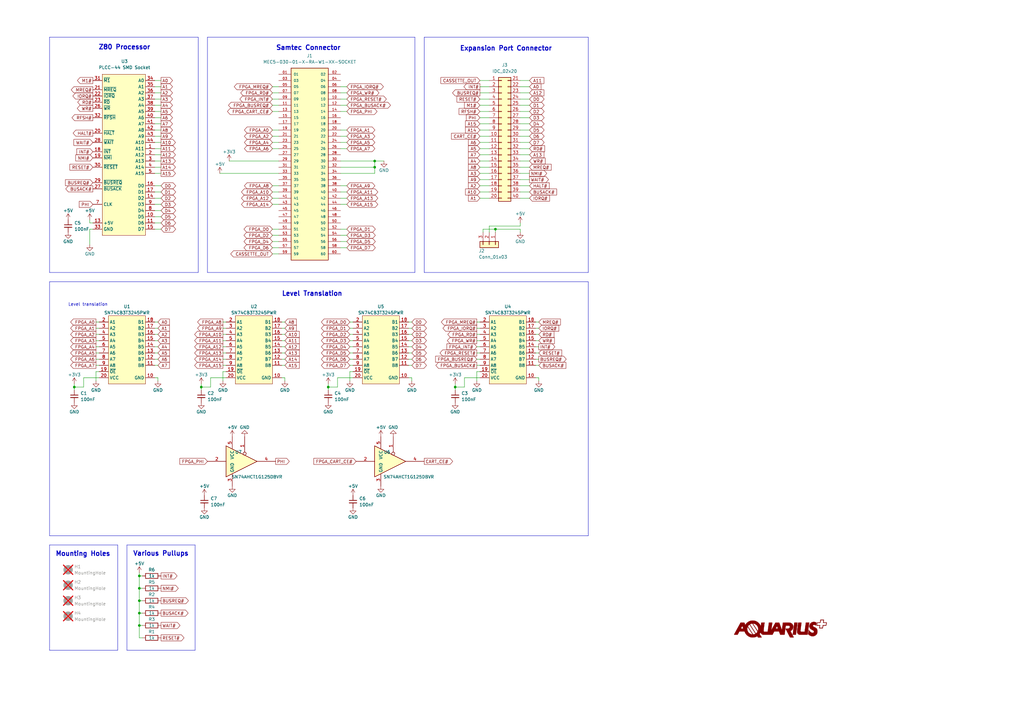
<source format=kicad_sch>
(kicad_sch (version 20231120) (generator "eeschema") (generator_version "8.0")
  (paper "A3")
  (title_block (title "Aquarius+ Moda: Z80 Daughterboard") (date "2024-09-23") (rev "0") (company "Designed by Frank van den Hoef") (comment 1 "Updated 23 SEP 2024 by Sean P. Harrington"))
  (junction (at 186.69 158.75))
  (junction (at 82.55 158.75))
  (junction (at 203.2 93.98))
  (junction (at 57.15 236.22))
  (junction (at 153.67 66.04))
  (junction (at 57.15 246.38))
  (junction (at 57.15 251.46))
  (junction (at 30.48 158.75))
  (junction (at 57.15 241.3))
  (junction (at 153.67 68.58))
  (junction (at 134.62 158.75))
  (junction (at 57.15 256.54))
  (wire (pts (xy 153.67 66.04) (xy 157.48 66.04)))
  (wire (pts (xy 111.76 53.34) (xy 114.3 53.34)))
  (wire (pts (xy 139.7 66.04) (xy 153.67 66.04)))
  (wire (pts (xy 64.77 149.86) (xy 63.5 149.86)))
  (wire (pts (xy 64.77 137.16) (xy 63.5 137.16)))
  (wire (pts (xy 57.15 246.38) (xy 57.15 251.46)))
  (wire (pts (xy 91.44 147.32) (xy 92.71 147.32)))
  (wire (pts (xy 66.04 76.2) (xy 63.5 76.2)))
  (wire (pts (xy 82.55 158.75) (xy 82.55 157.48)))
  (wire (pts (xy 200.66 92.71) (xy 213.36 92.71)))
  (wire (pts (xy 34.29 158.75) (xy 30.48 158.75)))
  (wire (pts (xy 196.85 50.8) (xy 200.66 50.8)))
  (wire (pts (xy 91.44 144.78) (xy 92.71 144.78)))
  (wire (pts (xy 186.69 158.75) (xy 186.69 160.02)))
  (wire (pts (xy 220.98 149.86) (xy 219.71 149.86)))
  (wire (pts (xy 203.2 93.98) (xy 213.36 93.98)))
  (wire (pts (xy 57.15 236.22) (xy 58.42 236.22)))
  (wire (pts (xy 190.5 154.94) (xy 190.5 158.75)))
  (wire (pts (xy 220.98 139.7) (xy 219.71 139.7)))
  (wire (pts (xy 143.51 132.08) (xy 144.78 132.08)))
  (wire (pts (xy 220.98 142.24) (xy 219.71 142.24)))
  (wire (pts (xy 144.78 154.94) (xy 138.43 154.94)))
  (wire (pts (xy 196.85 58.42) (xy 200.66 58.42)))
  (wire (pts (xy 195.58 142.24) (xy 196.85 142.24)))
  (wire (pts (xy 143.51 134.62) (xy 144.78 134.62)))
  (wire (pts (xy 196.85 38.1) (xy 200.66 38.1)))
  (wire (pts (xy 139.7 71.12) (xy 153.67 71.12)))
  (polyline (pts (xy 85.09 15.24) (xy 85.09 111.76)) (stroke (width 0) (type solid)))
  (wire (pts (xy 213.36 71.12) (xy 217.17 71.12)))
  (wire (pts (xy 142.24 83.82) (xy 139.7 83.82)))
  (wire (pts (xy 142.24 45.72) (xy 139.7 45.72)))
  (wire (pts (xy 39.37 147.32) (xy 40.64 147.32)))
  (wire (pts (xy 142.24 43.18) (xy 139.7 43.18)))
  (wire (pts (xy 213.36 53.34) (xy 217.17 53.34)))
  (wire (pts (xy 220.98 134.62) (xy 219.71 134.62)))
  (wire (pts (xy 111.76 99.06) (xy 114.3 99.06)))
  (wire (pts (xy 142.24 35.56) (xy 139.7 35.56)))
  (wire (pts (xy 40.64 154.94) (xy 34.29 154.94)))
  (wire (pts (xy 66.04 60.96) (xy 63.5 60.96)))
  (wire (pts (xy 138.43 158.75) (xy 134.62 158.75)))
  (wire (pts (xy 213.36 35.56) (xy 217.17 35.56)))
  (wire (pts (xy 134.62 158.75) (xy 134.62 160.02)))
  (wire (pts (xy 153.67 71.12) (xy 153.67 68.58)))
  (wire (pts (xy 195.58 134.62) (xy 196.85 134.62)))
  (wire (pts (xy 38.1 93.98) (xy 36.83 93.98)))
  (wire (pts (xy 213.36 43.18) (xy 217.17 43.18)))
  (wire (pts (xy 213.36 81.28) (xy 217.17 81.28)))
  (polyline (pts (xy 20.32 15.24) (xy 81.28 15.24)) (stroke (width 0) (type solid)))
  (wire (pts (xy 58.42 261.62) (xy 57.15 261.62)))
  (wire (pts (xy 198.12 95.25) (xy 198.12 93.98)))
  (wire (pts (xy 196.85 40.64) (xy 200.66 40.64)))
  (wire (pts (xy 36.83 93.98) (xy 36.83 100.33)))
  (wire (pts (xy 66.04 93.98) (xy 63.5 93.98)))
  (wire (pts (xy 196.85 73.66) (xy 200.66 73.66)))
  (wire (pts (xy 168.91 154.94) (xy 168.91 156.21)))
  (wire (pts (xy 111.76 83.82) (xy 114.3 83.82)))
  (wire (pts (xy 66.04 81.28) (xy 63.5 81.28)))
  (wire (pts (xy 142.24 99.06) (xy 139.7 99.06)))
  (wire (pts (xy 168.91 147.32) (xy 167.64 147.32)))
  (wire (pts (xy 111.76 40.64) (xy 114.3 40.64)))
  (polyline (pts (xy 20.32 223.52) (xy 48.26 223.52)) (stroke (width 0) (type solid)))
  (wire (pts (xy 86.36 154.94) (xy 86.36 158.75)))
  (wire (pts (xy 111.76 43.18) (xy 114.3 43.18)))
  (wire (pts (xy 195.58 139.7) (xy 196.85 139.7)))
  (wire (pts (xy 66.04 58.42) (xy 63.5 58.42)))
  (wire (pts (xy 82.55 158.75) (xy 82.55 160.02)))
  (wire (pts (xy 66.04 68.58) (xy 63.5 68.58)))
  (wire (pts (xy 142.24 93.98) (xy 139.7 93.98)))
  (wire (pts (xy 213.36 73.66) (xy 217.17 73.66)))
  (polyline (pts (xy 20.32 115.57) (xy 241.3 115.57)) (stroke (width 0) (type solid)))
  (wire (pts (xy 66.04 91.44) (xy 63.5 91.44)))
  (wire (pts (xy 116.84 134.62) (xy 115.57 134.62)))
  (polyline (pts (xy 20.32 115.57) (xy 20.32 219.71)) (stroke (width 0) (type solid)))
  (wire (pts (xy 91.44 137.16) (xy 92.71 137.16)))
  (wire (pts (xy 57.15 251.46) (xy 57.15 256.54)))
  (polyline (pts (xy 52.07 223.52) (xy 52.07 266.7)) (stroke (width 0) (type solid)))
  (wire (pts (xy 116.84 142.24) (xy 115.57 142.24)))
  (wire (pts (xy 213.36 66.04) (xy 217.17 66.04)))
  (wire (pts (xy 190.5 158.75) (xy 186.69 158.75)))
  (wire (pts (xy 195.58 149.86) (xy 196.85 149.86)))
  (wire (pts (xy 168.91 137.16) (xy 167.64 137.16)))
  (wire (pts (xy 213.36 76.2) (xy 217.17 76.2)))
  (wire (pts (xy 134.62 158.75) (xy 134.62 157.48)))
  (wire (pts (xy 39.37 149.86) (xy 40.64 149.86)))
  (wire (pts (xy 39.37 132.08) (xy 40.64 132.08)))
  (wire (pts (xy 168.91 132.08) (xy 167.64 132.08)))
  (wire (pts (xy 111.76 101.6) (xy 114.3 101.6)))
  (wire (pts (xy 186.69 158.75) (xy 186.69 157.48)))
  (polyline (pts (xy 241.3 115.57) (xy 241.3 219.71)) (stroke (width 0) (type solid)))
  (wire (pts (xy 66.04 40.64) (xy 63.5 40.64)))
  (polyline (pts (xy 20.32 223.52) (xy 20.32 266.7)) (stroke (width 0) (type solid)))
  (polyline (pts (xy 85.09 15.24) (xy 170.18 15.24)) (stroke (width 0) (type solid)))
  (wire (pts (xy 220.98 132.08) (xy 219.71 132.08)))
  (wire (pts (xy 196.85 43.18) (xy 200.66 43.18)))
  (wire (pts (xy 196.85 45.72) (xy 200.66 45.72)))
  (wire (pts (xy 111.76 55.88) (xy 114.3 55.88)))
  (wire (pts (xy 196.85 71.12) (xy 200.66 71.12)))
  (polyline (pts (xy 173.99 15.24) (xy 173.99 111.76)) (stroke (width 0) (type solid)))
  (wire (pts (xy 213.36 68.58) (xy 217.17 68.58)))
  (wire (pts (xy 213.36 91.44) (xy 213.36 92.71)))
  (wire (pts (xy 195.58 137.16) (xy 196.85 137.16)))
  (wire (pts (xy 213.36 55.88) (xy 217.17 55.88)))
  (wire (pts (xy 195.58 147.32) (xy 196.85 147.32)))
  (wire (pts (xy 66.04 88.9) (xy 63.5 88.9)))
  (wire (pts (xy 116.84 139.7) (xy 115.57 139.7)))
  (wire (pts (xy 90.17 71.12) (xy 114.3 71.12)))
  (wire (pts (xy 116.84 147.32) (xy 115.57 147.32)))
  (polyline (pts (xy 20.32 219.71) (xy 241.3 219.71)) (stroke (width 0) (type solid)))
  (wire (pts (xy 39.37 139.7) (xy 40.64 139.7)))
  (wire (pts (xy 116.84 137.16) (xy 115.57 137.16)))
  (wire (pts (xy 196.85 154.94) (xy 190.5 154.94)))
  (wire (pts (xy 111.76 76.2) (xy 114.3 76.2)))
  (wire (pts (xy 196.85 53.34) (xy 200.66 53.34)))
  (wire (pts (xy 142.24 53.34) (xy 139.7 53.34)))
  (polyline (pts (xy 52.07 266.7) (xy 80.01 266.7)) (stroke (width 0) (type solid)))
  (wire (pts (xy 143.51 139.7) (xy 144.78 139.7)))
  (wire (pts (xy 66.04 35.56) (xy 63.5 35.56)))
  (wire (pts (xy 196.85 81.28) (xy 200.66 81.28)))
  (wire (pts (xy 57.15 234.95) (xy 57.15 236.22)))
  (wire (pts (xy 91.44 142.24) (xy 92.71 142.24)))
  (polyline (pts (xy 20.32 111.76) (xy 81.28 111.76)) (stroke (width 0) (type solid)))
  (wire (pts (xy 66.04 86.36) (xy 63.5 86.36)))
  (wire (pts (xy 30.48 158.75) (xy 30.48 157.48)))
  (wire (pts (xy 198.12 93.98) (xy 203.2 93.98)))
  (wire (pts (xy 66.04 83.82) (xy 63.5 83.82)))
  (wire (pts (xy 196.85 66.04) (xy 200.66 66.04)))
  (wire (pts (xy 116.84 144.78) (xy 115.57 144.78)))
  (wire (pts (xy 36.83 91.44) (xy 38.1 91.44)))
  (wire (pts (xy 168.91 144.78) (xy 167.64 144.78)))
  (polyline (pts (xy 85.09 111.76) (xy 170.18 111.76)) (stroke (width 0) (type solid)))
  (polyline (pts (xy 81.28 15.24) (xy 81.28 111.76)) (stroke (width 0) (type solid)))
  (wire (pts (xy 220.98 154.94) (xy 220.98 156.21)))
  (wire (pts (xy 86.36 158.75) (xy 82.55 158.75)))
  (wire (pts (xy 111.76 104.14) (xy 114.3 104.14)))
  (wire (pts (xy 39.37 137.16) (xy 40.64 137.16)))
  (wire (pts (xy 168.91 149.86) (xy 167.64 149.86)))
  (wire (pts (xy 116.84 154.94) (xy 116.84 156.21)))
  (wire (pts (xy 142.24 78.74) (xy 139.7 78.74)))
  (wire (pts (xy 142.24 40.64) (xy 139.7 40.64)))
  (wire (pts (xy 66.04 78.74) (xy 63.5 78.74)))
  (wire (pts (xy 196.85 55.88) (xy 200.66 55.88)))
  (wire (pts (xy 143.51 142.24) (xy 144.78 142.24)))
  (wire (pts (xy 66.04 33.02) (xy 63.5 33.02)))
  (wire (pts (xy 213.36 78.74) (xy 217.17 78.74)))
  (wire (pts (xy 93.98 66.04) (xy 114.3 66.04)))
  (wire (pts (xy 220.98 147.32) (xy 219.71 147.32)))
  (wire (pts (xy 58.42 256.54) (xy 57.15 256.54)))
  (wire (pts (xy 30.48 158.75) (xy 30.48 160.02)))
  (wire (pts (xy 40.64 152.4) (xy 39.37 152.4)))
  (wire (pts (xy 91.44 132.08) (xy 92.71 132.08)))
  (wire (pts (xy 66.04 53.34) (xy 63.5 53.34)))
  (wire (pts (xy 213.36 58.42) (xy 217.17 58.42)))
  (wire (pts (xy 168.91 142.24) (xy 167.64 142.24)))
  (wire (pts (xy 66.04 55.88) (xy 63.5 55.88)))
  (wire (pts (xy 142.24 96.52) (xy 139.7 96.52)))
  (wire (pts (xy 116.84 132.08) (xy 115.57 132.08)))
  (wire (pts (xy 168.91 139.7) (xy 167.64 139.7)))
  (polyline (pts (xy 20.32 15.24) (xy 20.32 111.76)) (stroke (width 0) (type solid)))
  (polyline (pts (xy 20.32 266.7) (xy 48.26 266.7)) (stroke (width 0) (type solid)))
  (wire (pts (xy 66.04 43.18) (xy 63.5 43.18)))
  (wire (pts (xy 64.77 147.32) (xy 63.5 147.32)))
  (wire (pts (xy 213.36 40.64) (xy 217.17 40.64)))
  (wire (pts (xy 139.7 68.58) (xy 153.67 68.58)))
  (wire (pts (xy 196.85 33.02) (xy 200.66 33.02)))
  (wire (pts (xy 92.71 154.94) (xy 86.36 154.94)))
  (wire (pts (xy 91.44 152.4) (xy 91.44 156.21)))
  (wire (pts (xy 196.85 78.74) (xy 200.66 78.74)))
  (wire (pts (xy 111.76 78.74) (xy 114.3 78.74)))
  (wire (pts (xy 63.5 154.94) (xy 64.77 154.94)))
  (wire (pts (xy 142.24 81.28) (xy 139.7 81.28)))
  (wire (pts (xy 111.76 60.96) (xy 114.3 60.96)))
  (wire (pts (xy 213.36 45.72) (xy 217.17 45.72)))
  (wire (pts (xy 153.67 66.04) (xy 153.67 68.58)))
  (wire (pts (xy 213.36 63.5) (xy 217.17 63.5)))
  (wire (pts (xy 116.84 149.86) (xy 115.57 149.86)))
  (wire (pts (xy 66.04 48.26) (xy 63.5 48.26)))
  (wire (pts (xy 91.44 134.62) (xy 92.71 134.62)))
  (wire (pts (xy 213.36 60.96) (xy 217.17 60.96)))
  (wire (pts (xy 142.24 38.1) (xy 139.7 38.1)))
  (wire (pts (xy 143.51 144.78) (xy 144.78 144.78)))
  (wire (pts (xy 196.85 63.5) (xy 200.66 63.5)))
  (wire (pts (xy 213.36 48.26) (xy 217.17 48.26)))
  (wire (pts (xy 66.04 50.8) (xy 63.5 50.8)))
  (wire (pts (xy 213.36 50.8) (xy 217.17 50.8)))
  (wire (pts (xy 142.24 60.96) (xy 139.7 60.96)))
  (wire (pts (xy 111.76 58.42) (xy 114.3 58.42)))
  (wire (pts (xy 64.77 132.08) (xy 63.5 132.08)))
  (wire (pts (xy 39.37 134.62) (xy 40.64 134.62)))
  (wire (pts (xy 64.77 134.62) (xy 63.5 134.62)))
  (wire (pts (xy 213.36 38.1) (xy 217.17 38.1)))
  (wire (pts (xy 143.51 137.16) (xy 144.78 137.16)))
  (wire (pts (xy 220.98 137.16) (xy 219.71 137.16)))
  (wire (pts (xy 66.04 71.12) (xy 63.5 71.12)))
  (wire (pts (xy 142.24 76.2) (xy 139.7 76.2)))
  (wire (pts (xy 196.85 48.26) (xy 200.66 48.26)))
  (wire (pts (xy 64.77 144.78) (xy 63.5 144.78)))
  (polyline (pts (xy 80.01 223.52) (xy 80.01 266.7)) (stroke (width 0) (type solid)))
  (wire (pts (xy 144.78 152.4) (xy 143.51 152.4)))
  (wire (pts (xy 64.77 142.24) (xy 63.5 142.24)))
  (wire (pts (xy 200.66 95.25) (xy 200.66 92.71)))
  (wire (pts (xy 111.76 38.1) (xy 114.3 38.1)))
  (wire (pts (xy 219.71 154.94) (xy 220.98 154.94)))
  (wire (pts (xy 220.98 144.78) (xy 219.71 144.78)))
  (wire (pts (xy 39.37 152.4) (xy 39.37 156.21)))
  (wire (pts (xy 111.76 45.72) (xy 114.3 45.72)))
  (wire (pts (xy 58.42 251.46) (xy 57.15 251.46)))
  (polyline (pts (xy 173.99 15.24) (xy 241.3 15.24)) (stroke (width 0) (type solid)))
  (wire (pts (xy 66.04 66.04) (xy 63.5 66.04)))
  (wire (pts (xy 143.51 152.4) (xy 143.51 156.21)))
  (wire (pts (xy 91.44 149.86) (xy 92.71 149.86)))
  (wire (pts (xy 111.76 96.52) (xy 114.3 96.52)))
  (wire (pts (xy 92.71 152.4) (xy 91.44 152.4)))
  (wire (pts (xy 196.85 68.58) (xy 200.66 68.58)))
  (wire (pts (xy 91.44 139.7) (xy 92.71 139.7)))
  (wire (pts (xy 168.91 134.62) (xy 167.64 134.62)))
  (wire (pts (xy 195.58 152.4) (xy 195.58 156.21)))
  (wire (pts (xy 196.85 60.96) (xy 200.66 60.96)))
  (wire (pts (xy 142.24 58.42) (xy 139.7 58.42)))
  (wire (pts (xy 203.2 93.98) (xy 203.2 95.25)))
  (wire (pts (xy 58.42 246.38) (xy 57.15 246.38)))
  (wire (pts (xy 142.24 55.88) (xy 139.7 55.88)))
  (wire (pts (xy 195.58 132.08) (xy 196.85 132.08)))
  (wire (pts (xy 213.36 95.25) (xy 213.36 93.98)))
  (wire (pts (xy 34.29 154.94) (xy 34.29 158.75)))
  (wire (pts (xy 57.15 256.54) (xy 57.15 261.62)))
  (wire (pts (xy 196.85 76.2) (xy 200.66 76.2)))
  (wire (pts (xy 195.58 144.78) (xy 196.85 144.78)))
  (wire (pts (xy 57.15 236.22) (xy 57.15 241.3)))
  (wire (pts (xy 57.15 241.3) (xy 57.15 246.38)))
  (wire (pts (xy 39.37 144.78) (xy 40.64 144.78)))
  (wire (pts (xy 111.76 35.56) (xy 114.3 35.56)))
  (wire (pts (xy 36.83 90.17) (xy 36.83 91.44)))
  (wire (pts (xy 138.43 154.94) (xy 138.43 158.75)))
  (wire (pts (xy 64.77 154.94) (xy 64.77 156.21)))
  (wire (pts (xy 115.57 154.94) (xy 116.84 154.94)))
  (wire (pts (xy 143.51 147.32) (xy 144.78 147.32)))
  (polyline (pts (xy 48.26 223.52) (xy 48.26 266.7)) (stroke (width 0) (type solid)))
  (wire (pts (xy 66.04 45.72) (xy 63.5 45.72)))
  (polyline (pts (xy 241.3 15.24) (xy 241.3 111.76)) (stroke (width 0) (type solid)))
  (polyline (pts (xy 52.07 223.52) (xy 80.01 223.52)) (stroke (width 0) (type solid)))
  (wire (pts (xy 58.42 241.3) (xy 57.15 241.3)))
  (wire (pts (xy 196.85 152.4) (xy 195.58 152.4)))
  (polyline (pts (xy 173.99 111.76) (xy 241.3 111.76)) (stroke (width 0) (type solid)))
  (wire (pts (xy 167.64 154.94) (xy 168.91 154.94)))
  (wire (pts (xy 66.04 38.1) (xy 63.5 38.1)))
  (wire (pts (xy 66.04 63.5) (xy 63.5 63.5)))
  (wire (pts (xy 143.51 149.86) (xy 144.78 149.86)))
  (wire (pts (xy 213.36 33.02) (xy 217.17 33.02)))
  (wire (pts (xy 64.77 139.7) (xy 63.5 139.7)))
  (wire (pts (xy 39.37 142.24) (xy 40.64 142.24)))
  (wire (pts (xy 196.85 35.56) (xy 200.66 35.56)))
  (polyline (pts (xy 170.18 15.24) (xy 170.18 111.76)) (stroke (width 0) (type solid)))
  (wire (pts (xy 142.24 101.6) (xy 139.7 101.6)))
  (wire (pts (xy 111.76 81.28) (xy 114.3 81.28)))
  (wire (pts (xy 111.76 93.98) (xy 114.3 93.98)))
  (text "Level translation" (at 27.94 125.73 0) (effects (font (size 1.27 1.27)) (justify left bottom)))
  (text "Level Translation" (at 128.016 121.666 0) (effects (font (size 1.905 1.905) (thickness 0.381) (bold yes)) (justify bottom)))
  (text "Various Pullups" (at 65.986 228.2614 0) (effects (font (size 1.905 1.905) (thickness 0.381) (bold yes)) (justify bottom)))
  (text "Samtec Connector" (at 126.492 20.828 0) (effects (font (size 1.905 1.905) (thickness 0.381) (bold yes)) (justify bottom)))
  (text "Expansion Port Connector" (at 207.518 21.082 0) (effects (font (size 1.905 1.905) (thickness 0.381) (bold yes)) (justify bottom)))
  (text "Z80 Processor" (at 51.054 20.574 0) (effects (font (size 1.905 1.905) (thickness 0.381) (bold yes)) (justify bottom)))
  (text "Mounting Holes\n" (at 34.036 228.346 0) (effects (font (size 1.905 1.905) (thickness 0.381) (bold yes)) (justify bottom)))
  (global_label "M1#" (shape input) (at 196.85 43.18 180) (property "Intersheetrefs" "${INTERSHEET_REFS}" (effects (hide yes))))
  (global_label "PHI" (shape output) (at 113.03 189.23 0) (property "Intersheetrefs" "${INTERSHEET_REFS}" (effects (hide yes))))
  (global_label "FPGA_A7" (shape bidirectional) (at 142.24 60.96 0) (property "Intersheetrefs" "${INTERSHEET_REFS}" (effects (hide yes))))
  (global_label "PHI" (shape input) (at 38.1 83.82 180) (property "Intersheetrefs" "${INTERSHEET_REFS}" (effects (hide yes))))
  (global_label "BUSACK#" (shape input) (at 220.98 149.86 0) (property "Intersheetrefs" "${INTERSHEET_REFS}" (effects (hide yes))))
  (global_label "FPGA_A5" (shape bidirectional) (at 142.24 58.42 0) (property "Intersheetrefs" "${INTERSHEET_REFS}" (effects (hide yes))))
  (global_label "BUSREQ#" (shape output) (at 196.85 38.1 180) (property "Intersheetrefs" "${INTERSHEET_REFS}" (effects (hide yes))))
  (global_label "A5" (shape input) (at 64.77 144.78 0) (property "Intersheetrefs" "${INTERSHEET_REFS}" (effects (hide yes))))
  (global_label "D3" (shape bidirectional) (at 66.04 83.82 0) (property "Intersheetrefs" "${INTERSHEET_REFS}" (effects (hide yes))))
  (global_label "FPGA_A6" (shape output) (at 39.37 147.32 180) (property "Intersheetrefs" "${INTERSHEET_REFS}" (effects (hide yes))))
  (global_label "A3" (shape input) (at 196.85 71.12 180) (property "Intersheetrefs" "${INTERSHEET_REFS}" (effects (hide yes))))
  (global_label "CART_CE#" (shape output) (at 173.99 189.23 0) (property "Intersheetrefs" "${INTERSHEET_REFS}" (effects (hide yes))))
  (global_label "FPGA_A2" (shape output) (at 39.37 137.16 180) (property "Intersheetrefs" "${INTERSHEET_REFS}" (effects (hide yes))))
  (global_label "A7" (shape input) (at 196.85 63.5 180) (property "Intersheetrefs" "${INTERSHEET_REFS}" (effects (hide yes))))
  (global_label "FPGA_A13" (shape output) (at 91.44 144.78 180) (property "Intersheetrefs" "${INTERSHEET_REFS}" (effects (hide yes))))
  (global_label "A3" (shape output) (at 66.04 40.64 0) (property "Intersheetrefs" "${INTERSHEET_REFS}" (effects (hide yes))))
  (global_label "A2" (shape input) (at 64.77 137.16 0) (property "Intersheetrefs" "${INTERSHEET_REFS}" (effects (hide yes))))
  (global_label "A15" (shape output) (at 66.04 71.12 0) (property "Intersheetrefs" "${INTERSHEET_REFS}" (effects (hide yes))))
  (global_label "FPGA_RD#" (shape bidirectional) (at 111.76 38.1 180) (property "Intersheetrefs" "${INTERSHEET_REFS}" (effects (hide yes))))
  (global_label "NMI#" (shape output) (at 66.04 241.3 0) (property "Intersheetrefs" "${INTERSHEET_REFS}" (effects (hide yes))))
  (global_label "CASSETTE_OUT" (shape bidirectional) (at 111.76 104.14 180) (property "Intersheetrefs" "${INTERSHEET_REFS}" (effects (hide yes))))
  (global_label "RESET#" (shape output) (at 66.04 261.62 0) (property "Intersheetrefs" "${INTERSHEET_REFS}" (effects (hide yes))))
  (global_label "D2" (shape bidirectional) (at 168.91 137.16 0) (property "Intersheetrefs" "${INTERSHEET_REFS}" (effects (hide yes))))
  (global_label "A7" (shape output) (at 66.04 50.8 0) (property "Intersheetrefs" "${INTERSHEET_REFS}" (effects (hide yes))))
  (global_label "FPGA_A7" (shape output) (at 39.37 149.86 180) (property "Intersheetrefs" "${INTERSHEET_REFS}" (effects (hide yes))))
  (global_label "BUSACK#" (shape input) (at 217.17 78.74 0) (property "Intersheetrefs" "${INTERSHEET_REFS}" (effects (hide yes))))
  (global_label "FPGA_A14" (shape bidirectional) (at 111.76 83.82 180) (property "Intersheetrefs" "${INTERSHEET_REFS}" (effects (hide yes))))
  (global_label "A0" (shape output) (at 66.04 33.02 0) (property "Intersheetrefs" "${INTERSHEET_REFS}" (effects (hide yes))))
  (global_label "HALT#" (shape input) (at 217.17 76.2 0) (property "Intersheetrefs" "${INTERSHEET_REFS}" (effects (hide yes))))
  (global_label "RD#" (shape input) (at 217.17 60.96 0) (property "Intersheetrefs" "${INTERSHEET_REFS}" (effects (hide yes))))
  (global_label "A5" (shape input) (at 196.85 60.96 180) (property "Intersheetrefs" "${INTERSHEET_REFS}" (effects (hide yes))))
  (global_label "IORQ#" (shape input) (at 220.98 134.62 0) (property "Intersheetrefs" "${INTERSHEET_REFS}" (effects (hide yes))))
  (global_label "A9" (shape input) (at 116.84 134.62 0) (property "Intersheetrefs" "${INTERSHEET_REFS}" (effects (hide yes))))
  (global_label "FPGA_INT#" (shape input) (at 195.58 142.24 180) (property "Intersheetrefs" "${INTERSHEET_REFS}" (effects (hide yes))))
  (global_label "A14" (shape input) (at 116.84 147.32 0) (property "Intersheetrefs" "${INTERSHEET_REFS}" (effects (hide yes))))
  (global_label "A5" (shape output) (at 66.04 45.72 0) (property "Intersheetrefs" "${INTERSHEET_REFS}" (effects (hide yes))))
  (global_label "FPGA_PHI" (shape input) (at 85.09 189.23 180) (property "Intersheetrefs" "${INTERSHEET_REFS}" (effects (hide yes))))
  (global_label "D7" (shape bidirectional) (at 168.91 149.86 0) (property "Intersheetrefs" "${INTERSHEET_REFS}" (effects (hide yes))))
  (global_label "A6" (shape output) (at 66.04 48.26 0) (property "Intersheetrefs" "${INTERSHEET_REFS}" (effects (hide yes))))
  (global_label "WR#" (shape output) (at 38.1 44.45 180) (property "Intersheetrefs" "${INTERSHEET_REFS}" (effects (hide yes))))
  (global_label "D4" (shape bidirectional) (at 168.91 142.24 0) (property "Intersheetrefs" "${INTERSHEET_REFS}" (effects (hide yes))))
  (global_label "A15" (shape input) (at 116.84 149.86 0) (property "Intersheetrefs" "${INTERSHEET_REFS}" (effects (hide yes))))
  (global_label "D3" (shape bidirectional) (at 168.91 139.7 0) (property "Intersheetrefs" "${INTERSHEET_REFS}" (effects (hide yes))))
  (global_label "FPGA_D2" (shape bidirectional) (at 143.51 137.16 180) (property "Intersheetrefs" "${INTERSHEET_REFS}" (effects (hide yes))))
  (global_label "A13" (shape input) (at 217.17 63.5 0) (property "Intersheetrefs" "${INTERSHEET_REFS}" (effects (hide yes))))
  (global_label "A10" (shape output) (at 66.04 58.42 0) (property "Intersheetrefs" "${INTERSHEET_REFS}" (effects (hide yes))))
  (global_label "D5" (shape bidirectional) (at 217.17 53.34 0) (property "Intersheetrefs" "${INTERSHEET_REFS}" (effects (hide yes))))
  (global_label "A4" (shape input) (at 64.77 142.24 0) (property "Intersheetrefs" "${INTERSHEET_REFS}" (effects (hide yes))))
  (global_label "FPGA_A9" (shape bidirectional) (at 142.24 76.2 0) (property "Intersheetrefs" "${INTERSHEET_REFS}" (effects (hide yes))))
  (global_label "A12" (shape input) (at 217.17 38.1 0) (property "Intersheetrefs" "${INTERSHEET_REFS}" (effects (hide yes))))
  (global_label "BUSACK#" (shape output) (at 66.04 251.46 0) (property "Intersheetrefs" "${INTERSHEET_REFS}" (effects (hide yes))))
  (global_label "A13" (shape input) (at 116.84 144.78 0) (property "Intersheetrefs" "${INTERSHEET_REFS}" (effects (hide yes))))
  (global_label "WR#" (shape input) (at 220.98 139.7 0) (property "Intersheetrefs" "${INTERSHEET_REFS}" (effects (hide yes))))
  (global_label "A3" (shape input) (at 64.77 139.7 0) (property "Intersheetrefs" "${INTERSHEET_REFS}" (effects (hide yes))))
  (global_label "FPGA_RD#" (shape output) (at 195.58 137.16 180) (property "Intersheetrefs" "${INTERSHEET_REFS}" (effects (hide yes))))
  (global_label "M1#" (shape output) (at 38.1 33.02 180) (property "Intersheetrefs" "${INTERSHEET_REFS}" (effects (hide yes))))
  (global_label "RESET#" (shape input) (at 38.1 68.58 180) (property "Intersheetrefs" "${INTERSHEET_REFS}" (effects (hide yes))))
  (global_label "INT#" (shape input) (at 38.1 62.23 180) (property "Intersheetrefs" "${INTERSHEET_REFS}" (effects (hide yes))))
  (global_label "D0" (shape bidirectional) (at 66.04 76.2 0) (property "Intersheetrefs" "${INTERSHEET_REFS}" (effects (hide yes))))
  (global_label "WAIT#" (shape input) (at 38.1 58.42 180) (property "Intersheetrefs" "${INTERSHEET_REFS}" (effects (hide yes))))
  (global_label "A14" (shape output) (at 66.04 68.58 0) (property "Intersheetrefs" "${INTERSHEET_REFS}" (effects (hide yes))))
  (global_label "FPGA_D7" (shape bidirectional) (at 143.51 149.86 180) (property "Intersheetrefs" "${INTERSHEET_REFS}" (effects (hide yes))))
  (global_label "D2" (shape bidirectional) (at 66.04 81.28 0) (property "Intersheetrefs" "${INTERSHEET_REFS}" (effects (hide yes))))
  (global_label "PHI" (shape input) (at 196.85 48.26 180) (property "Intersheetrefs" "${INTERSHEET_REFS}" (effects (hide yes))))
  (global_label "FPGA_A12" (shape output) (at 91.44 142.24 180) (property "Intersheetrefs" "${INTERSHEET_REFS}" (effects (hide yes))))
  (global_label "D5" (shape bidirectional) (at 168.91 144.78 0) (property "Intersheetrefs" "${INTERSHEET_REFS}" (effects (hide yes))))
  (global_label "FPGA_D2" (shape bidirectional) (at 111.76 96.52 180) (property "Intersheetrefs" "${INTERSHEET_REFS}" (effects (hide yes))))
  (global_label "FPGA_A1" (shape output) (at 39.37 134.62 180) (property "Intersheetrefs" "${INTERSHEET_REFS}" (effects (hide yes))))
  (global_label "D4" (shape bidirectional) (at 217.17 50.8 0) (property "Intersheetrefs" "${INTERSHEET_REFS}" (effects (hide yes))))
  (global_label "A9" (shape output) (at 66.04 55.88 0) (property "Intersheetrefs" "${INTERSHEET_REFS}" (effects (hide yes))))
  (global_label "D5" (shape bidirectional) (at 66.04 88.9 0) (property "Intersheetrefs" "${INTERSHEET_REFS}" (effects (hide yes))))
  (global_label "FPGA_RESET#" (shape bidirectional) (at 142.24 40.64 0) (property "Intersheetrefs" "${INTERSHEET_REFS}" (effects (hide yes))))
  (global_label "A15" (shape input) (at 196.85 50.8 180) (property "Intersheetrefs" "${INTERSHEET_REFS}" (effects (hide yes))))
  (global_label "D7" (shape bidirectional) (at 217.17 58.42 0) (property "Intersheetrefs" "${INTERSHEET_REFS}" (effects (hide yes))))
  (global_label "D1" (shape bidirectional) (at 217.17 43.18 0) (property "Intersheetrefs" "${INTERSHEET_REFS}" (effects (hide yes))))
  (global_label "FPGA_IORQ#" (shape bidirectional) (at 142.24 35.56 0) (property "Intersheetrefs" "${INTERSHEET_REFS}" (effects (hide yes))))
  (global_label "FPGA_A12" (shape bidirectional) (at 111.76 81.28 180) (property "Intersheetrefs" "${INTERSHEET_REFS}" (effects (hide yes))))
  (global_label "FPGA_A4" (shape bidirectional) (at 111.76 58.42 180) (property "Intersheetrefs" "${INTERSHEET_REFS}" (effects (hide yes))))
  (global_label "D1" (shape bidirectional) (at 66.04 78.74 0) (property "Intersheetrefs" "${INTERSHEET_REFS}" (effects (hide yes))))
  (global_label "A1" (shape input) (at 64.77 134.62 0) (property "Intersheetrefs" "${INTERSHEET_REFS}" (effects (hide yes))))
  (global_label "A14" (shape input) (at 196.85 53.34 180) (property "Intersheetrefs" "${INTERSHEET_REFS}" (effects (hide yes))))
  (global_label "FPGA_A4" (shape output) (at 39.37 142.24 180) (property "Intersheetrefs" "${INTERSHEET_REFS}" (effects (hide yes))))
  (global_label "FPGA_INT#" (shape bidirectional) (at 111.76 40.64 180) (property "Intersheetrefs" "${INTERSHEET_REFS}" (effects (hide yes))))
  (global_label "A12" (shape output) (at 66.04 63.5 0) (property "Intersheetrefs" "${INTERSHEET_REFS}" (effects (hide yes))))
  (global_label "FPGA_D1" (shape bidirectional) (at 142.24 93.98 0) (property "Intersheetrefs" "${INTERSHEET_REFS}" (effects (hide yes))))
  (global_label "FPGA_A6" (shape bidirectional) (at 111.76 60.96 180) (property "Intersheetrefs" "${INTERSHEET_REFS}" (effects (hide yes))))
  (global_label "D6" (shape bidirectional) (at 66.04 91.44 0) (property "Intersheetrefs" "${INTERSHEET_REFS}" (effects (hide yes))))
  (global_label "FPGA_PHI" (shape bidirectional) (at 142.24 45.72 0) (property "Intersheetrefs" "${INTERSHEET_REFS}" (effects (hide yes))))
  (global_label "BUSREQ#" (shape input) (at 38.1 74.93 180) (property "Intersheetrefs" "${INTERSHEET_REFS}" (effects (hide yes))))
  (global_label "A11" (shape input) (at 116.84 139.7 0) (property "Intersheetrefs" "${INTERSHEET_REFS}" (effects (hide yes))))
  (global_label "FPGA_A10" (shape bidirectional) (at 111.76 78.74 180) (property "Intersheetrefs" "${INTERSHEET_REFS}" (effects (hide yes))))
  (global_label "FPGA_IORQ#" (shape output) (at 195.58 134.62 180) (property "Intersheetrefs" "${INTERSHEET_REFS}" (effects (hide yes))))
  (global_label "FPGA_D0" (shape bidirectional) (at 111.76 93.98 180) (property "Intersheetrefs" "${INTERSHEET_REFS}" (effects (hide yes))))
  (global_label "FPGA_BUSREQ#" (shape input) (at 195.58 147.32 180) (property "Intersheetrefs" "${INTERSHEET_REFS}" (effects (hide yes))))
  (global_label "D0" (shape bidirectional) (at 168.91 132.08 0) (property "Intersheetrefs" "${INTERSHEET_REFS}" (effects (hide yes))))
  (global_label "BUSREQ#" (shape output) (at 220.98 147.32 0) (property "Intersheetrefs" "${INTERSHEET_REFS}" (effects (hide yes))))
  (global_label "RD#" (shape input) (at 220.98 137.16 0) (property "Intersheetrefs" "${INTERSHEET_REFS}" (effects (hide yes))))
  (global_label "FPGA_A15" (shape output) (at 91.44 149.86 180) (property "Intersheetrefs" "${INTERSHEET_REFS}" (effects (hide yes))))
  (global_label "D2" (shape bidirectional) (at 217.17 45.72 0) (property "Intersheetrefs" "${INTERSHEET_REFS}" (effects (hide yes))))
  (global_label "A4" (shape output) (at 66.04 43.18 0) (property "Intersheetrefs" "${INTERSHEET_REFS}" (effects (hide yes))))
  (global_label "D6" (shape bidirectional) (at 168.91 147.32 0) (property "Intersheetrefs" "${INTERSHEET_REFS}" (effects (hide yes))))
  (global_label "FPGA_A1" (shape bidirectional) (at 142.24 53.34 0) (property "Intersheetrefs" "${INTERSHEET_REFS}" (effects (hide yes))))
  (global_label "A8" (shape input) (at 196.85 68.58 180) (property "Intersheetrefs" "${INTERSHEET_REFS}" (effects (hide yes))))
  (global_label "A11" (shape output) (at 66.04 60.96 0) (property "Intersheetrefs" "${INTERSHEET_REFS}" (effects (hide yes))))
  (global_label "BUSACK#" (shape output) (at 38.1 77.47 180) (property "Intersheetrefs" "${INTERSHEET_REFS}" (effects (hide yes))))
  (global_label "FPGA_A8" (shape output) (at 91.44 132.08 180) (property "Intersheetrefs" "${INTERSHEET_REFS}" (effects (hide yes))))
  (global_label "A7" (shape input) (at 64.77 149.86 0) (property "Intersheetrefs" "${INTERSHEET_REFS}" (effects (hide yes))))
  (global_label "FPGA_A8" (shape bidirectional) (at 111.76 76.2 180) (property "Intersheetrefs" "${INTERSHEET_REFS}" (effects (hide yes))))
  (global_label "A6" (shape input) (at 196.85 58.42 180) (property "Intersheetrefs" "${INTERSHEET_REFS}" (effects (hide yes))))
  (global_label "FPGA_WR#" (shape output) (at 195.58 139.7 180) (property "Intersheetrefs" "${INTERSHEET_REFS}" (effects (hide yes))))
  (global_label "FPGA_BUSACK#" (shape bidirectional) (at 142.24 43.18 0) (property "Intersheetrefs" "${INTERSHEET_REFS}" (effects (hide yes))))
  (global_label "FPGA_A13" (shape bidirectional) (at 142.24 81.28 0) (property "Intersheetrefs" "${INTERSHEET_REFS}" (effects (hide yes))))
  (global_label "FPGA_BUSACK#" (shape output) (at 195.58 149.86 180) (property "Intersheetrefs" "${INTERSHEET_REFS}" (effects (hide yes))))
  (global_label "FPGA_D4" (shape bidirectional) (at 143.51 142.24 180) (property "Intersheetrefs" "${INTERSHEET_REFS}" (effects (hide yes))))
  (global_label "A12" (shape input) (at 116.84 142.24 0) (property "Intersheetrefs" "${INTERSHEET_REFS}" (effects (hide yes))))
  (global_label "A8" (shape input) (at 116.84 132.08 0) (property "Intersheetrefs" "${INTERSHEET_REFS}" (effects (hide yes))))
  (global_label "NMI#" (shape input) (at 38.1 64.77 180) (property "Intersheetrefs" "${INTERSHEET_REFS}" (effects (hide yes))))
  (global_label "A10" (shape input) (at 196.85 78.74 180) (property "Intersheetrefs" "${INTERSHEET_REFS}" (effects (hide yes))))
  (global_label "FPGA_A11" (shape output) (at 91.44 139.7 180) (property "Intersheetrefs" "${INTERSHEET_REFS}" (effects (hide yes))))
  (global_label "CART_CE#" (shape input) (at 196.85 55.88 180) (property "Intersheetrefs" "${INTERSHEET_REFS}" (effects (hide yes))))
  (global_label "FPGA_A11" (shape bidirectional) (at 142.24 78.74 0) (property "Intersheetrefs" "${INTERSHEET_REFS}" (effects (hide yes))))
  (global_label "FPGA_WR#" (shape bidirectional) (at 142.24 38.1 0) (property "Intersheetrefs" "${INTERSHEET_REFS}" (effects (hide yes))))
  (global_label "FPGA_A0" (shape output) (at 39.37 132.08 180) (property "Intersheetrefs" "${INTERSHEET_REFS}" (effects (hide yes))))
  (global_label "WAIT#" (shape output) (at 66.04 256.54 0) (property "Intersheetrefs" "${INTERSHEET_REFS}" (effects (hide yes))))
  (global_label "A0" (shape input) (at 64.77 132.08 0) (property "Intersheetrefs" "${INTERSHEET_REFS}" (effects (hide yes))))
  (global_label "FPGA_CART_CE#" (shape bidirectional) (at 111.76 45.72 180) (property "Intersheetrefs" "${INTERSHEET_REFS}" (effects (hide yes))))
  (global_label "A8" (shape output) (at 66.04 53.34 0) (property "Intersheetrefs" "${INTERSHEET_REFS}" (effects (hide yes))))
  (global_label "FPGA_D5" (shape bidirectional) (at 143.51 144.78 180) (property "Intersheetrefs" "${INTERSHEET_REFS}" (effects (hide yes))))
  (global_label "FPGA_D6" (shape bidirectional) (at 143.51 147.32 180) (property "Intersheetrefs" "${INTERSHEET_REFS}" (effects (hide yes))))
  (global_label "A6" (shape input) (at 64.77 147.32 0) (property "Intersheetrefs" "${INTERSHEET_REFS}" (effects (hide yes))))
  (global_label "FPGA_D4" (shape bidirectional) (at 111.76 99.06 180) (property "Intersheetrefs" "${INTERSHEET_REFS}" (effects (hide yes))))
  (global_label "D3" (shape bidirectional) (at 217.17 48.26 0) (property "Intersheetrefs" "${INTERSHEET_REFS}" (effects (hide yes))))
  (global_label "FPGA_D7" (shape bidirectional) (at 142.24 101.6 0) (property "Intersheetrefs" "${INTERSHEET_REFS}" (effects (hide yes))))
  (global_label "A2" (shape output) (at 66.04 38.1 0) (property "Intersheetrefs" "${INTERSHEET_REFS}" (effects (hide yes))))
  (global_label "MREQ#" (shape input) (at 217.17 68.58 0) (property "Intersheetrefs" "${INTERSHEET_REFS}" (effects (hide yes))))
  (global_label "INT#" (shape output) (at 196.85 35.56 180) (property "Intersheetrefs" "${INTERSHEET_REFS}" (effects (hide yes))))
  (global_label "FPGA_A10" (shape output) (at 91.44 137.16 180) (property "Intersheetrefs" "${INTERSHEET_REFS}" (effects (hide yes))))
  (global_label "FPGA_RESET#" (shape output) (at 195.58 144.78 180) (property "Intersheetrefs" "${INTERSHEET_REFS}" (effects (hide yes))))
  (global_label "INT#" (shape output) (at 66.04 236.22 0) (property "Intersheetrefs" "${INTERSHEET_REFS}" (effects (hide yes))))
  (global_label "INT#" (shape output) (at 220.98 142.24 0) (property "Intersheetrefs" "${INTERSHEET_REFS}" (effects (hide yes))))
  (global_label "FPGA_A0" (shape bidirectional) (at 111.76 53.34 180) (property "Intersheetrefs" "${INTERSHEET_REFS}" (effects (hide yes))))
  (global_label "A11" (shape input) (at 217.17 33.02 0) (property "Intersheetrefs" "${INTERSHEET_REFS}" (effects (hide yes))))
  (global_label "IORQ#" (shape output) (at 38.1 39.37 180) (property "Intersheetrefs" "${INTERSHEET_REFS}" (effects (hide yes))))
  (global_label "FPGA_MREQ#" (shape output) (at 195.58 132.08 180) (property "Intersheetrefs" "${INTERSHEET_REFS}" (effects (hide yes))))
  (global_label "A1" (shape output) (at 66.04 35.56 0) (property "Intersheetrefs" "${INTERSHEET_REFS}" (effects (hide yes))))
  (global_label "A4" (shape input) (at 196.85 66.04 180) (property "Intersheetrefs" "${INTERSHEET_REFS}" (effects (hide yes))))
  (global_label "WR#" (shape input) (at 217.17 66.04 0) (property "Intersheetrefs" "${INTERSHEET_REFS}" (effects (hide yes))))
  (global_label "FPGA_D3" (shape bidirectional) (at 143.51 139.7 180) (property "Intersheetrefs" "${INTERSHEET_REFS}" (effects (hide yes))))
  (global_label "FPGA_A2" (shape bidirectional) (at 111.76 55.88 180) (property "Intersheetrefs" "${INTERSHEET_REFS}" (effects (hide yes))))
  (global_label "FPGA_MREQ#" (shape bidirectional) (at 111.76 35.56 180) (property "Intersheetrefs" "${INTERSHEET_REFS}" (effects (hide yes))))
  (global_label "FPGA_A14" (shape output) (at 91.44 147.32 180) (property "Intersheetrefs" "${INTERSHEET_REFS}" (effects (hide yes))))
  (global_label "D1" (shape bidirectional) (at 168.91 134.62 0) (property "Intersheetrefs" "${INTERSHEET_REFS}" (effects (hide yes))))
  (global_label "RD#" (shape output) (at 38.1 41.91 180) (property "Intersheetrefs" "${INTERSHEET_REFS}" (effects (hide yes))))
  (global_label "FPGA_D6" (shape bidirectional) (at 111.76 101.6 180) (property "Intersheetrefs" "${INTERSHEET_REFS}" (effects (hide yes))))
  (global_label "HALT#" (shape output) (at 38.1 54.61 180) (property "Intersheetrefs" "${INTERSHEET_REFS}" (effects (hide yes))))
  (global_label "D0" (shape bidirectional) (at 217.17 40.64 0) (property "Intersheetrefs" "${INTERSHEET_REFS}" (effects (hide yes))))
  (global_label "FPGA_A9" (shape output) (at 91.44 134.62 180) (property "Intersheetrefs" "${INTERSHEET_REFS}" (effects (hide yes))))
  (global_label "WAIT#" (shape output) (at 217.17 73.66 0) (property "Intersheetrefs" "${INTERSHEET_REFS}" (effects (hide yes))))
  (global_label "FPGA_A3" (shape bidirectional) (at 142.24 55.88 0) (property "Intersheetrefs" "${INTERSHEET_REFS}" (effects (hide yes))))
  (global_label "FPGA_CART_CE#" (shape input) (at 146.05 189.23 180) (property "Intersheetrefs" "${INTERSHEET_REFS}" (effects (hide yes))))
  (global_label "RFSH#" (shape input) (at 196.85 45.72 180) (property "Intersheetrefs" "${INTERSHEET_REFS}" (effects (hide yes))))
  (global_label "FPGA_D1" (shape bidirectional) (at 143.51 134.62 180) (property "Intersheetrefs" "${INTERSHEET_REFS}" (effects (hide yes))))
  (global_label "RESET#" (shape input) (at 196.85 40.64 180) (property "Intersheetrefs" "${INTERSHEET_REFS}" (effects (hide yes))))
  (global_label "A9" (shape input) (at 196.85 73.66 180) (property "Intersheetrefs" "${INTERSHEET_REFS}" (effects (hide yes))))
  (global_label "D6" (shape bidirectional) (at 217.17 55.88 0) (property "Intersheetrefs" "${INTERSHEET_REFS}" (effects (hide yes))))
  (global_label "FPGA_D5" (shape bidirectional) (at 142.24 99.06 0) (property "Intersheetrefs" "${INTERSHEET_REFS}" (effects (hide yes))))
  (global_label "A0" (shape input) (at 217.17 35.56 0) (property "Intersheetrefs" "${INTERSHEET_REFS}" (effects (hide yes))))
  (global_label "FPGA_A3" (shape output) (at 39.37 139.7 180) (property "Intersheetrefs" "${INTERSHEET_REFS}" (effects (hide yes))))
  (global_label "FPGA_BUSREQ#" (shape bidirectional) (at 111.76 43.18 180) (property "Intersheetrefs" "${INTERSHEET_REFS}" (effects (hide yes))))
  (global_label "A2" (shape input) (at 196.85 76.2 180) (property "Intersheetrefs" "${INTERSHEET_REFS}" (effects (hide yes))))
  (global_label "A10" (shape input) (at 116.84 137.16 0) (property "Intersheetrefs" "${INTERSHEET_REFS}" (effects (hide yes))))
  (global_label "IORQ#" (shape input) (at 217.17 81.28 0) (property "Intersheetrefs" "${INTERSHEET_REFS}" (effects (hide yes))))
  (global_label "A13" (shape output) (at 66.04 66.04 0) (property "Intersheetrefs" "${INTERSHEET_REFS}" (effects (hide yes))))
  (global_label "RESET#" (shape input) (at 220.98 144.78 0) (property "Intersheetrefs" "${INTERSHEET_REFS}" (effects (hide yes))))
  (global_label "A1" (shape input) (at 196.85 81.28 180) (property "Intersheetrefs" "${INTERSHEET_REFS}" (effects (hide yes))))
  (global_label "D7" (shape bidirectional) (at 66.04 93.98 0) (property "Intersheetrefs" "${INTERSHEET_REFS}" (effects (hide yes))))
  (global_label "FPGA_D0" (shape bidirectional) (at 143.51 132.08 180) (property "Intersheetrefs" "${INTERSHEET_REFS}" (effects (hide yes))))
  (global_label "BUSREQ#" (shape output) (at 66.04 246.38 0) (property "Intersheetrefs" "${INTERSHEET_REFS}" (effects (hide yes))))
  (global_label "FPGA_D3" (shape bidirectional) (at 142.24 96.52 0) (property "Intersheetrefs" "${INTERSHEET_REFS}" (effects (hide yes))))
  (global_label "RFSH#" (shape output) (at 38.1 48.26 180) (property "Intersheetrefs" "${INTERSHEET_REFS}" (effects (hide yes))))
  (global_label "CASSETTE_OUT" (shape input) (at 196.85 33.02 180) (property "Intersheetrefs" "${INTERSHEET_REFS}" (effects (hide yes))))
  (global_label "FPGA_A15" (shape bidirectional) (at 142.24 83.82 0) (property "Intersheetrefs" "${INTERSHEET_REFS}" (effects (hide yes))))
  (global_label "FPGA_A5" (shape output) (at 39.37 144.78 180) (property "Intersheetrefs" "${INTERSHEET_REFS}" (effects (hide yes))))
  (global_label "NMI#" (shape output) (at 217.17 71.12 0) (property "Intersheetrefs" "${INTERSHEET_REFS}" (effects (hide yes))))
  (global_label "MREQ#" (shape output) (at 38.1 36.83 180) (property "Intersheetrefs" "${INTERSHEET_REFS}" (effects (hide yes))))
  (global_label "MREQ#" (shape input) (at 220.98 132.08 0) (property "Intersheetrefs" "${INTERSHEET_REFS}" (effects (hide yes))))
  (global_label "D4" (shape bidirectional) (at 66.04 86.36 0) (property "Intersheetrefs" "${INTERSHEET_REFS}" (effects (hide yes))))
  (symbol (lib_id "Mechanical:MountingHole") (at 27.94 246.38 0) (unit 1) (in_bom no) (dnp yes)
    (property "Reference" "H3" (at 30.48 245.1099 0) (effects (justify left)))
    (property "Value" "MountingHole" (at 30.48 247.6499 0) (effects (justify left)))
    (property "Footprint" "MountingHole:MountingHole_3.2mm_M3" (effects (hide yes)))
    (property "Datasheet" "DNP" (effects (hide yes)))
  )
  (symbol (lib_id "Device:R") (at 62.23 261.62 90) (unit 1)
    (property "Reference" "R1" (at 62.23 259.08 90))
    (property "Value" "1k" (at 62.23 261.62 90))
    (property "Footprint" "Resistor_SMD:R_0603_1608Metric" (effects (hide yes)))
    (property "JLCPCB" "C21190" (effects (hide yes)))
  )
  (symbol (lib_id "power:GND") (at 36.83 100.33 0) (unit 1)
    (property "Reference" "#PWR089" (effects (hide yes)))
    (property "Value" "GND" (at 36.83 104.14 0))
  )
  (symbol (lib_id "power:+3V3") (at 134.62 157.48 0) (unit 1)
    (property "Reference" "#PWR018" (effects (hide yes)))
    (property "Value" "+3V3" (at 134.62 153.67 0))
  )
  (symbol (lib_id "Connector_Generic:Conn_01x03") (at 200.66 100.33 270) (unit 1)
    (property "Reference" "J2" (at 196.342 102.87 90) (effects (justify left)))
    (property "Value" "Conn_01x03" (at 196.342 105.41 90) (effects (justify left)))
    (property "Footprint" "Connector_PinSocket_2.54mm:PinSocket_1x03_P2.54mm_Vertical" (effects (hide yes)))
    (property "Description" "Generic connector, single row, 01x03, script generated (kicad-library-utils/schlib/autogen/connector/)" (effects (hide yes)))
  )
  (symbol (lib_id "power:+5V") (at 213.36 91.44 0) (unit 1)
    (property "Reference" "#PWR093" (effects (hide yes)))
    (property "Value" "+5V" (at 213.36 87.63 0))
  )
  (symbol (lib_id "power:+3V3") (at 186.69 157.48 0) (unit 1)
    (property "Reference" "#PWR024" (effects (hide yes)))
    (property "Value" "+3V3" (at 186.69 153.67 0))
  )
  (symbol (lib_id "Device:R") (at 62.23 256.54 90) (unit 1)
    (property "Reference" "R3" (at 62.23 254 90))
    (property "Value" "1k" (at 62.23 256.54 90))
    (property "Footprint" "Resistor_SMD:R_0603_1608Metric" (effects (hide yes)))
    (property "JLCPCB" "C21190" (effects (hide yes)))
  )
  (symbol (lib_id "power:GND") (at 144.78 208.28 0) (unit 1)
    (property "Reference" "#PWR082" (effects (hide yes)))
    (property "Value" "GND" (at 144.78 212.09 0))
  )
  (symbol (lib_id "aquarius-plus:SN74CB3T3245PWR") (at 156.21 142.24 0) (unit 1)
    (property "Reference" "U5" (at 156.21 125.73 0))
    (property "Value" "SN74CB3T3245PWR" (at 156.21 128.27 0))
    (property "Footprint" "Package_SO:TSSOP-20_4.4x6.5mm_P0.65mm" (effects (hide yes)))
    (property "JLCPCB" "C15298" (effects (hide yes)))
  )
  (symbol (lib_id "power:+5V") (at 95.25 179.07 0) (mirror y) (unit 1)
    (property "Reference" "#PWR054" (effects (hide yes)))
    (property "Value" "+5V" (at 95.25 175.26 0))
  )
  (symbol (lib_id "power:GND") (at 161.29 179.07 0) (mirror x) (unit 1)
    (property "Reference" "#PWR067" (effects (hide yes)))
    (property "Value" "GND" (at 161.29 175.26 0))
  )
  (symbol (lib_id "power:GND") (at 39.37 156.21 0) (unit 1)
    (property "Reference" "#PWR026" (effects (hide yes)))
    (property "Value" "GND" (at 39.37 160.02 0))
  )
  (symbol (lib_id "power:+5V") (at 57.15 234.95 0) (unit 1)
    (property "Reference" "#PWR068" (effects (hide yes)))
    (property "Value" "+5V" (at 57.15 231.14 0))
  )
  (symbol (lib_id "Device:R") (at 62.23 251.46 90) (unit 1)
    (property "Reference" "R4" (at 62.23 248.92 90))
    (property "Value" "1k" (at 62.23 251.46 90))
    (property "Footprint" "Resistor_SMD:R_0603_1608Metric" (effects (hide yes)))
    (property "JLCPCB" "C21190" (effects (hide yes)))
  )
  (symbol (lib_id "Device:C_Small") (at 83.82 205.74 0) (unit 1)
    (property "Reference" "C7" (at 86.36 204.4762 0) (effects (justify left)))
    (property "Value" "100nF" (at 86.36 207.0162 0) (effects (justify left)))
    (property "Footprint" "Capacitor_SMD:C_0603_1608Metric" (effects (hide yes)))
    (property "JLCPCB" "C14663" (effects (hide yes)))
  )
  (symbol (lib_id "power:+3V3") (at 93.98 66.04 0) (unit 1)
    (property "Reference" "#PWR0113" (effects (hide yes)))
    (property "Value" "+3V3" (at 93.98 62.23 0))
  )
  (symbol (lib_id "power:GND") (at 186.69 165.1 0) (unit 1)
    (property "Reference" "#PWR031" (effects (hide yes)))
    (property "Value" "GND" (at 186.69 168.91 0))
  )
  (symbol (lib_id "Mechanical:MountingHole") (at 27.94 252.73 0) (unit 1) (in_bom no) (dnp yes)
    (property "Reference" "H4" (at 30.48 251.4599 0) (effects (justify left)))
    (property "Value" "MountingHole" (at 30.48 253.9999 0) (effects (justify left)))
    (property "Footprint" "MountingHole:MountingHole_3.2mm_M3" (effects (hide yes)))
    (property "Datasheet" "DNP" (effects (hide yes)))
  )
  (symbol (lib_id "aquarius-plus:SN74CB3T3245PWR") (at 208.28 142.24 0) (unit 1)
    (property "Reference" "U4" (at 208.28 125.73 0))
    (property "Value" "SN74CB3T3245PWR" (at 208.28 128.27 0))
    (property "Footprint" "Package_SO:TSSOP-20_4.4x6.5mm_P0.65mm" (effects (hide yes)))
    (property "JLCPCB" "C15298" (effects (hide yes)))
  )
  (symbol (lib_id "Device:R") (at 62.23 236.22 90) (unit 1)
    (property "Reference" "R6" (at 62.23 233.68 90))
    (property "Value" "1k" (at 62.23 236.22 90))
    (property "Footprint" "Resistor_SMD:R_0603_1608Metric" (effects (hide yes)))
    (property "JLCPCB" "C21190" (effects (hide yes)))
  )
  (symbol (lib_id "power:GND") (at 27.94 95.25 0) (unit 1)
    (property "Reference" "#PWR085" (effects (hide yes)))
    (property "Value" "GND" (at 27.94 99.06 0))
  )
  (symbol (lib_id "power:GND") (at 91.44 156.21 0) (unit 1)
    (property "Reference" "#PWR016" (effects (hide yes)))
    (property "Value" "GND" (at 91.44 160.02 0))
  )
  (symbol (lib_id "aquarius-plus:Z84C3008VEG") (at 50.8 63.5 0) (unit 1)
    (property "Reference" "U3" (at 51.054 25.146 0))
    (property "Value" "PLCC-44 SMD Socket" (at 51.054 27.686 0))
    (property "Footprint" "Package_LCC:PLCC-44_SMD-Socket" (effects (hide yes)))
    (property "Description" "Z80 CPU" (effects (hide yes)))
    (property "JLCPCB" "C2828044" (effects (hide yes)))
  )
  (symbol (lib_id "Device:C_Small") (at 144.78 205.74 0) (unit 1)
    (property "Reference" "C6" (at 147.32 204.4762 0) (effects (justify left)))
    (property "Value" "100nF" (at 147.32 207.0162 0) (effects (justify left)))
    (property "Footprint" "Capacitor_SMD:C_0603_1608Metric" (effects (hide yes)))
    (property "JLCPCB" "C14663" (effects (hide yes)))
  )
  (symbol (lib_id "power:+5V") (at 144.78 203.2 0) (mirror y) (unit 1)
    (property "Reference" "#PWR069" (effects (hide yes)))
    (property "Value" "+5V" (at 144.78 199.39 0))
  )
  (symbol (lib_id "power:GND") (at 95.25 199.39 0) (unit 1)
    (property "Reference" "#PWR043" (effects (hide yes)))
    (property "Value" "GND" (at 95.25 203.2 0))
  )
  (symbol (lib_id "Device:C_Small") (at 82.55 162.56 0) (unit 1)
    (property "Reference" "C2" (at 85.09 161.2962 0) (effects (justify left)))
    (property "Value" "100nF" (at 85.09 163.8362 0) (effects (justify left)))
    (property "Footprint" "Capacitor_SMD:C_0603_1608Metric" (effects (hide yes)))
    (property "JLCPCB" "C14663" (effects (hide yes)))
  )
  (symbol (lib_id "power:+5V") (at 90.17 71.12 0) (mirror y) (unit 1)
    (property "Reference" "#PWR0112" (effects (hide yes)))
    (property "Value" "+5V" (at 90.17 67.31 0))
  )
  (symbol (lib_id "power:GND") (at 156.21 199.39 0) (unit 1)
    (property "Reference" "#PWR062" (effects (hide yes)))
    (property "Value" "GND" (at 156.21 203.2 0))
  )
  (symbol (lib_id "samtec-mec5-30:MEC5-030-01-X-RA-W1-XX") (at 127 68.58 0) (unit 1)
    (property "Reference" "J1" (at 127 22.86 0))
    (property "Value" "MEC5-030-01-X-RA-W1-XX-SOCKET" (at 127 25.4 0))
    (property "Footprint" "samtec-mec5-30:SAMTEC_MEC5-030-01-X-RA-W1-XX" (effects (hide yes)))
    (property "PARTREV" "C" (effects (hide yes)))
    (property "STANDARD" "Manufacturer Recommendations" (effects (hide yes)))
    (property "MAXIMUM_PACKAGE_HIEGHT" "5.45mm" (effects (hide yes)))
    (property "MANUFACTURER" "Samtec" (effects (hide yes)))
  )
  (symbol (lib_id "Device:R") (at 62.23 241.3 90) (unit 1)
    (property "Reference" "R5" (at 62.23 238.76 90))
    (property "Value" "1k" (at 62.23 241.3 90))
    (property "Footprint" "Resistor_SMD:R_0603_1608Metric" (effects (hide yes)))
    (property "JLCPCB" "C21190" (effects (hide yes)))
  )
  (symbol (lib_id "power:GND") (at 100.33 179.07 0) (mirror x) (unit 1)
    (property "Reference" "#PWR066" (effects (hide yes)))
    (property "Value" "GND" (at 100.33 175.26 0))
  )
  (symbol (lib_id "power:GND") (at 220.98 156.21 0) (unit 1)
    (property "Reference" "#PWR033" (effects (hide yes)))
    (property "Value" "GND" (at 220.98 160.02 0))
  )
  (symbol (lib_id "power:+5V") (at 36.83 90.17 0) (unit 1)
    (property "Reference" "#PWR088" (effects (hide yes)))
    (property "Value" "+5V" (at 36.83 86.36 0))
  )
  (symbol (lib_id "Mechanical:MountingHole") (at 27.94 240.03 0) (unit 1) (in_bom no) (dnp yes)
    (property "Reference" "H2" (at 30.48 238.7599 0) (effects (justify left)))
    (property "Value" "MountingHole" (at 30.48 241.2999 0) (effects (justify left)))
    (property "Footprint" "MountingHole:MountingHole_3.2mm_M3" (effects (hide yes)))
    (property "Datasheet" "DNP" (effects (hide yes)))
  )
  (symbol (lib_id "power:+5V") (at 83.82 203.2 0) (mirror y) (unit 1)
    (property "Reference" "#PWR077" (effects (hide yes)))
    (property "Value" "+5V" (at 83.82 199.39 0))
  )
  (symbol (lib_id "Mechanical:MountingHole") (at 27.94 233.68 0) (unit 1) (in_bom no) (dnp yes)
    (property "Reference" "H1" (at 30.48 232.4099 0) (effects (justify left)))
    (property "Value" "MountingHole" (at 30.48 234.9499 0) (effects (justify left)))
    (property "Footprint" "MountingHole:MountingHole_3.2mm_M3" (effects (hide yes)))
    (property "Datasheet" "DNP" (effects (hide yes)))
  )
  (symbol (lib_id "74xGxx:74AHCT1G125") (at 100.33 189.23 0) (unit 1)
    (property "Reference" "U7" (at 97.79 185.42 0))
    (property "Value" "SN74AHCT1G125DBVR" (at 105.41 195.58 0))
    (property "Footprint" "Package_TO_SOT_SMD:SOT-23-5" (effects (hide yes)))
    (property "JLCPCB" "C7484" (effects (hide yes)))
  )
  (symbol (lib_id "power:GND") (at 64.77 156.21 0) (unit 1)
    (property "Reference" "#PWR034" (effects (hide yes)))
    (property "Value" "GND" (at 64.77 160.02 0))
  )
  (symbol (lib_id "power:GND") (at 82.55 165.1 0) (unit 1)
    (property "Reference" "#PWR015" (effects (hide yes)))
    (property "Value" "GND" (at 82.55 168.91 0))
  )
  (symbol (lib_id "power:GND") (at 157.48 66.04 0) (unit 1)
    (property "Reference" "#PWR0111" (effects (hide yes)))
    (property "Value" "GND" (at 157.48 69.85 0))
  )
  (symbol (lib_id "power:+3V3") (at 82.55 157.48 0) (unit 1)
    (property "Reference" "#PWR014" (effects (hide yes)))
    (property "Value" "+3V3" (at 82.55 153.67 0))
  )
  (symbol (lib_id "power:GND") (at 195.58 156.21 0) (unit 1)
    (property "Reference" "#PWR032" (effects (hide yes)))
    (property "Value" "GND" (at 195.58 160.02 0))
  )
  (symbol (lib_id "Device:C_Small") (at 186.69 162.56 0) (unit 1)
    (property "Reference" "C3" (at 189.23 161.2962 0) (effects (justify left)))
    (property "Value" "100nF" (at 189.23 163.8362 0) (effects (justify left)))
    (property "Footprint" "Capacitor_SMD:C_0603_1608Metric" (effects (hide yes)))
    (property "JLCPCB" "C14663" (effects (hide yes)))
  )
  (symbol (lib_id "Device:C_Small") (at 134.62 162.56 0) (unit 1)
    (property "Reference" "C4" (at 137.16 161.2962 0) (effects (justify left)))
    (property "Value" "100nF" (at 137.16 163.8362 0) (effects (justify left)))
    (property "Footprint" "Capacitor_SMD:C_0603_1608Metric" (effects (hide yes)))
    (property "JLCPCB" "C14663" (effects (hide yes)))
  )
  (symbol (lib_id "power:+5V") (at 27.94 90.17 0) (unit 1)
    (property "Reference" "#PWR084" (effects (hide yes)))
    (property "Value" "+5V" (at 27.94 86.36 0))
  )
  (symbol (lib_id "aquarius-plus:SN74CB3T3245PWR") (at 104.14 142.24 0) (unit 1)
    (property "Reference" "U2" (at 104.14 125.73 0))
    (property "Value" "SN74CB3T3245PWR" (at 104.14 128.27 0))
    (property "Footprint" "Package_SO:TSSOP-20_4.4x6.5mm_P0.65mm" (effects (hide yes)))
    (property "JLCPCB" "C15298" (effects (hide yes)))
  )
  (symbol (lib_id "Device:C_Small") (at 27.94 92.71 0) (unit 1)
    (property "Reference" "C5" (at 30.48 91.4462 0) (effects (justify left)))
    (property "Value" "100nF" (at 30.48 93.9862 0) (effects (justify left)))
    (property "Footprint" "Capacitor_SMD:C_0603_1608Metric" (effects (hide yes)))
    (property "JLCPCB" "C14663" (effects (hide yes)))
  )
  (symbol (lib_id "Device:R") (at 62.23 246.38 90) (unit 1)
    (property "Reference" "R2" (at 62.23 243.84 90))
    (property "Value" "1k" (at 62.23 246.38 90))
    (property "Footprint" "Resistor_SMD:R_0603_1608Metric" (effects (hide yes)))
    (property "JLCPCB" "C21190" (effects (hide yes)))
  )
  (symbol (lib_id "power:GND") (at 143.51 156.21 0) (unit 1)
    (property "Reference" "#PWR020" (effects (hide yes)))
    (property "Value" "GND" (at 143.51 160.02 0))
  )
  (symbol (lib_id "power:GND") (at 168.91 156.21 0) (unit 1)
    (property "Reference" "#PWR023" (effects (hide yes)))
    (property "Value" "GND" (at 168.91 160.02 0))
  )
  (symbol (lib_id "power:+3V3") (at 30.48 157.48 0) (unit 1)
    (property "Reference" "#PWR013" (effects (hide yes)))
    (property "Value" "+3V3" (at 30.48 153.67 0))
  )
  (symbol (lib_id "power:GND") (at 116.84 156.21 0) (unit 1)
    (property "Reference" "#PWR017" (effects (hide yes)))
    (property "Value" "GND" (at 116.84 160.02 0))
  )
  (symbol (lib_id "Connector_Generic:Conn_02x20_Top_Bottom") (at 205.74 55.88 0) (unit 1)
    (property "Reference" "J3" (at 207.01 26.67 0))
    (property "Value" "IDC_02x20" (at 207.01 29.21 0))
    (property "Footprint" "Connector_IDC:IDC-Header_2x20_P2.54mm_Vertical" (effects (hide yes)))
    (property "Description" "Generic connector, double row, 02x20, top/bottom pin numbering scheme (row 1: 1...pins_per_row, row2: pins_per_row+1 ... num_pins), script generated (kicad-library-utils/schlib/autogen/connector/)" (effects (hide yes)))
  )
  (symbol (lib_id "aquarius-plus:SN74CB3T3245PWR") (at 52.07 142.24 0) (unit 1)
    (property "Reference" "U1" (at 52.07 125.73 0))
    (property "Value" "SN74CB3T3245PWR" (at 52.07 128.27 0))
    (property "Footprint" "Package_SO:TSSOP-20_4.4x6.5mm_P0.65mm" (effects (hide yes)))
    (property "JLCPCB" "C15298" (effects (hide yes)))
  )
  (symbol (lib_id "Device:C_Small") (at 30.48 162.56 0) (unit 1)
    (property "Reference" "C1" (at 33.02 161.2962 0) (effects (justify left)))
    (property "Value" "100nF" (at 33.02 163.8362 0) (effects (justify left)))
    (property "Footprint" "Capacitor_SMD:C_0603_1608Metric" (effects (hide yes)))
    (property "JLCPCB" "C14663" (effects (hide yes)))
  )
  (symbol (lib_id "74xGxx:74AHCT1G125") (at 161.29 189.23 0) (unit 1)
    (property "Reference" "U6" (at 158.75 185.42 0))
    (property "Value" "SN74AHCT1G125DBVR" (at 167.64 195.58 0))
    (property "Footprint" "Package_TO_SOT_SMD:SOT-23-5" (effects (hide yes)))
    (property "JLCPCB" "C7484" (effects (hide yes)))
  )
  (symbol (lib_id "power:GND") (at 213.36 95.25 0) (unit 1)
    (property "Reference" "#PWR094" (effects (hide yes)))
    (property "Value" "GND" (at 213.36 99.06 0))
  )
  (symbol (lib_id "power:GND") (at 134.62 165.1 0) (unit 1)
    (property "Reference" "#PWR019" (effects (hide yes)))
    (property "Value" "GND" (at 134.62 168.91 0))
  )
  (symbol (lib_id "aquarius-plus:AQPLUS_LOGO") (at 320.04 257.81 0) (unit 1)
    (property "Reference" "#G1" (effects (hide yes)))
    (property "Value" "AQPLUS_LOGO" (effects (hide yes)))
    (property "Footprint" "aquarius-plus:aqplus_logo" (effects (hide yes)))
  )
  (symbol (lib_id "power:+5V") (at 156.21 179.07 0) (mirror y) (unit 1)
    (property "Reference" "#PWR061" (effects (hide yes)))
    (property "Value" "+5V" (at 156.21 175.26 0))
  )
  (symbol (lib_id "power:GND") (at 83.82 208.28 0) (unit 1)
    (property "Reference" "#PWR076" (effects (hide yes)))
    (property "Value" "GND" (at 83.82 212.09 0))
  )
  (symbol (lib_id "power:GND") (at 30.48 165.1 0) (unit 1)
    (property "Reference" "#PWR044" (effects (hide yes)))
    (property "Value" "GND" (at 30.48 168.91 0))
  )
)
</source>
